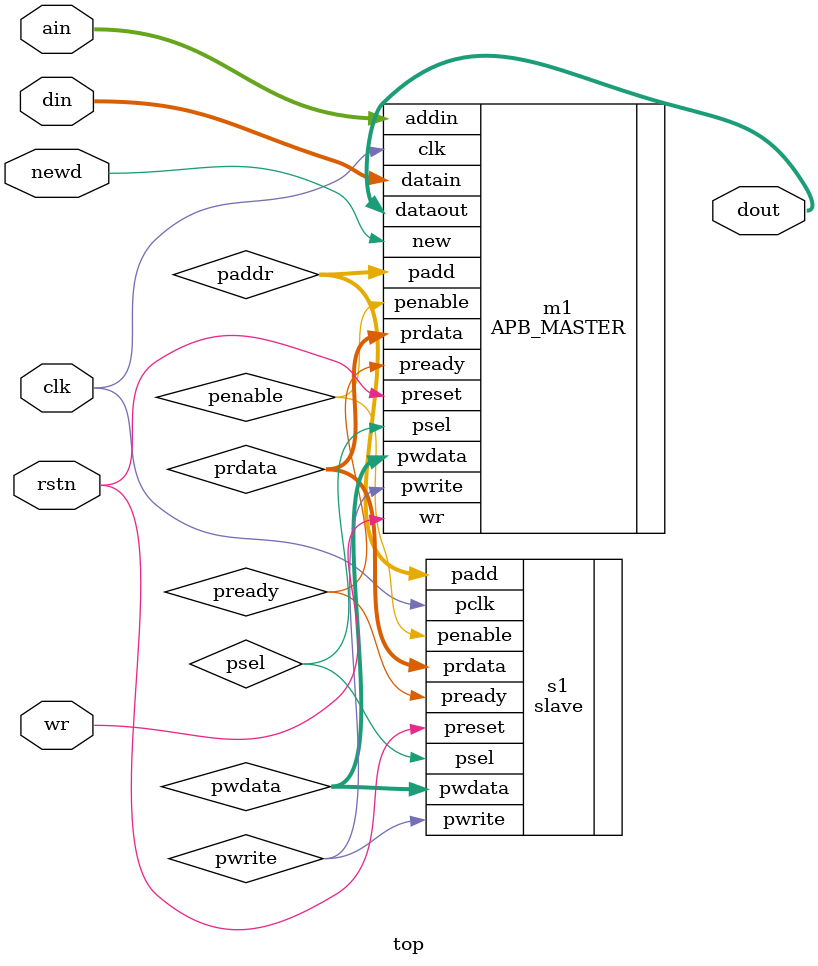
<source format=v>
module top(
input clk,rstn,wr,newd,
input [2:0] ain,
input [4:0] din,
output [4:0] dout
);

wire psel, penable, pready, pwrite;
wire [4:0] prdata, pwdata;
wire [2:0] paddr;
 
 
APB_MASTER m1 (
        .clk(clk),
        .preset(rstn),
        .addin(ain),
        .datain(din),
        .wr(wr),
        .new(newd),
        .prdata(prdata),
        .pready(pready),
        .psel(psel),
        .penable(penable),
        .padd(paddr),
        .pwdata(pwdata),
        .pwrite(pwrite),
        .dataout(dout)
    );



    slave s1 (
        .pclk(clk),
        .preset(rstn),
        .padd(paddr),
        .psel(psel),
        .penable(penable),
        .pwdata(pwdata),
        .pwrite(pwrite),
        .prdata(prdata),
        .pready(pready)
    );
    
endmodule

</source>
